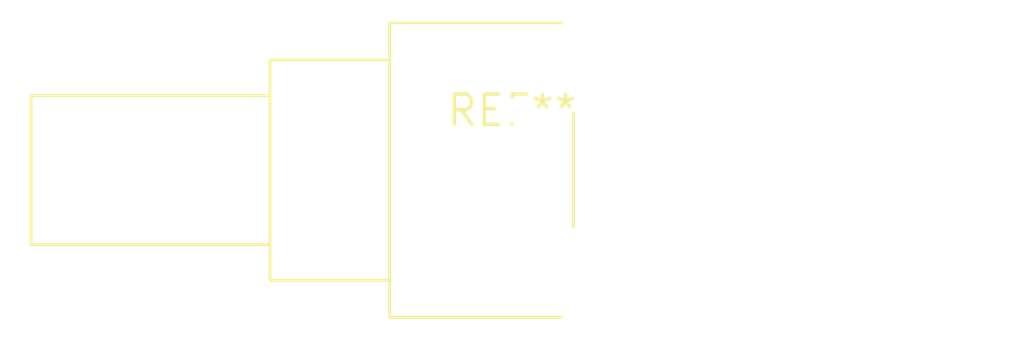
<source format=kicad_pcb>
(kicad_pcb (version 20240108) (generator pcbnew)
  (layers (0 "F.Cu" signal) (31 "B.Cu" signal) (34 "B.Paste" user) (35 "F.Paste" user) (36 "B.SilkS" user "B.Silkscreen") (37 "F.SilkS" user "F.Silkscreen") (38 "B.Mask" user) (39 "F.Mask" user) (44 "Edge.Cuts" user))
  (net 0 "")
  (footprint "Potentiometer_Alps_RK09L_Single_Horizontal" (layer "F.Cu") (at 0 0)
    (property "Reference" "REF**")
    (property "Value" "Potentiometer_Alps_RK09L_Single_Horizontal")
    (fp_line (start -20.12 5.62) (end -20.12 -0.62) (layer "F.SilkS") (stroke (width 0.12)))
    (fp_line (start -10.12 -0.62) (end -20.12 -0.62) (layer "F.SilkS") (stroke (width 0.12)))
    (fp_line (start -10.12 5.62) (end -20.12 5.62) (layer "F.SilkS") (stroke (width 0.12)))
    (fp_line (start -10.12 7.12) (end -10.12 -2.12) (layer "F.SilkS") (stroke (width 0.12)))
    (fp_line (start -5.12 -2.12) (end -10.12 -2.12) (layer "F.SilkS") (stroke (width 0.12)))
    (fp_line (start -5.12 7.12) (end -10.12 7.12) (layer "F.SilkS") (stroke (width 0.12)))
    (fp_line (start -5.12 8.67) (end -5.12 -3.67) (layer "F.SilkS") (stroke (width 0.12)))
    (fp_line (start 2.059 -3.67) (end -5.12 -3.67) (layer "F.SilkS") (stroke (width 0.12)))
    (fp_line (start 2.059 8.67) (end -5.12 8.67) (layer "F.SilkS") (stroke (width 0.12)))
    (fp_line (start 2.571 4.894) (end 2.571 0.105) (layer "F.SilkS") (stroke (width 0.12)))
    (pad "1" thru_hole rect (at 0 0 180) (size 1.8 1.8) (drill 1) (layers *.Cu *.Mask) (remove_unused_layers))
    (pad "2" thru_hole circle (at 0 2.5 180) (size 1.8 1.8) (drill 1) (layers *.Cu *.Mask) (remove_unused_layers))
    (pad "3" thru_hole circle (at 0 5 180) (size 1.8 1.8) (drill 1) (layers *.Cu *.Mask) (remove_unused_layers))
    (pad "MP" thru_hole roundrect (at 4.1 -2.25 270) (size 3 2) (drill oval 1.8 1.1) (layers *.Cu *.Mask) (remove_unused_layers))
    (pad "MP" thru_hole roundrect (at 4.1 7.25 270) (size 3 2) (drill oval 1.8 1.1) (layers *.Cu *.Mask) (remove_unused_layers))
  )
)
</source>
